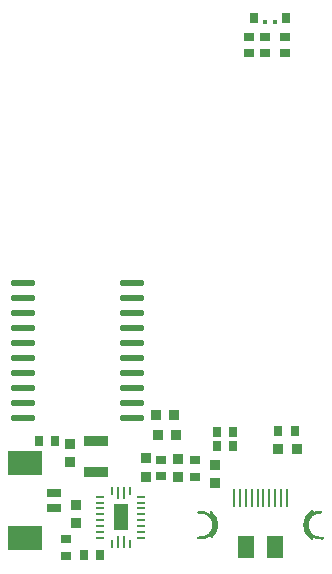
<source format=gbp>
%FSLAX25Y25*%
%MOIN*%
G70*
G01*
G75*
G04 Layer_Color=128*
%ADD10O,0.02559X0.00984*%
%ADD11O,0.00984X0.02559*%
%ADD12R,0.13780X0.13780*%
%ADD13R,0.00984X0.02150*%
%ADD14R,0.02150X0.00984*%
%ADD15C,0.02953*%
%ADD16R,0.04331X0.05118*%
%ADD17R,0.03740X0.03543*%
%ADD18R,0.03543X0.03150*%
%ADD19R,0.03543X0.03740*%
%ADD20R,0.03150X0.03543*%
%ADD21O,0.02362X0.07284*%
%ADD22R,0.01378X0.03937*%
%ADD23O,0.03465X0.01102*%
%ADD24O,0.01102X0.03465*%
%ADD25R,0.20866X0.20866*%
%ADD26C,0.04700*%
%ADD27C,0.01000*%
%ADD28C,0.00600*%
%ADD29C,0.01640*%
%ADD30C,0.01200*%
%ADD31C,0.00800*%
%ADD32C,0.02000*%
%ADD33C,0.01100*%
%ADD34C,0.01500*%
%ADD35O,0.09843X0.10827*%
%ADD36C,0.12500*%
%ADD37C,0.10000*%
%ADD38C,0.02200*%
%ADD39C,0.02598*%
%ADD40C,0.05000*%
%ADD41C,0.09200*%
%ADD42C,0.06000*%
%ADD43C,0.14900*%
%ADD44C,0.12400*%
%ADD45C,0.03200*%
%ADD46C,0.04600*%
%ADD47R,0.03490X0.23475*%
%ADD48R,0.02800X0.02500*%
%ADD49R,0.02700X0.04700*%
%ADD50R,0.04600X0.05300*%
%ADD51R,0.05500X0.02400*%
%ADD52R,0.02400X0.05200*%
%ADD53R,0.05400X0.02500*%
%ADD54R,0.14173X0.14173*%
%ADD55C,0.09487*%
%ADD56C,0.03699*%
%ADD57C,0.05200*%
%ADD58R,0.05906X0.07480*%
%ADD59R,0.01181X0.06299*%
%ADD60O,0.01181X0.03150*%
%ADD61O,0.01181X0.04724*%
%ADD62O,0.03150X0.01181*%
%ADD63R,0.08661X0.12598*%
%ADD64O,0.08268X0.02362*%
%ADD65R,0.05118X0.03150*%
%ADD66R,0.11811X0.08268*%
%ADD67R,0.08268X0.03937*%
%ADD68R,0.03347X0.03543*%
%ADD69R,0.01772X0.01969*%
%ADD70C,0.02500*%
%ADD71C,0.00984*%
%ADD72C,0.02362*%
%ADD73C,0.00787*%
%ADD74O,0.02159X0.00584*%
%ADD75O,0.00584X0.02159*%
%ADD76R,0.09843X0.09843*%
%ADD77R,0.00684X0.01850*%
%ADD78R,0.01850X0.00684*%
%ADD79R,0.04131X0.04918*%
%ADD80R,0.03540X0.03343*%
%ADD81R,0.03343X0.02950*%
%ADD82R,0.03343X0.03540*%
%ADD83R,0.02950X0.03343*%
%ADD84O,0.02162X0.07084*%
%ADD85R,0.01178X0.03737*%
%ADD86O,0.03065X0.00702*%
%ADD87O,0.00702X0.03065*%
%ADD88R,0.10866X0.10866*%
%ADD89O,0.02959X0.01384*%
%ADD90O,0.01384X0.02959*%
%ADD91R,0.14379X0.14379*%
%ADD92R,0.01384X0.02550*%
%ADD93R,0.02550X0.01384*%
%ADD94R,0.04931X0.05718*%
%ADD95R,0.04340X0.04143*%
%ADD96R,0.04143X0.03750*%
%ADD97R,0.04143X0.04340*%
%ADD98R,0.03750X0.04143*%
%ADD99O,0.02962X0.07883*%
%ADD100R,0.01978X0.04537*%
%ADD101O,0.03865X0.01502*%
%ADD102O,0.01502X0.03865*%
%ADD103R,0.21466X0.21466*%
%ADD104C,0.09900*%
%ADD105O,0.10443X0.11427*%
%ADD106R,0.06506X0.08080*%
%ADD107R,0.01378X0.06496*%
%ADD108O,0.01381X0.03350*%
%ADD109O,0.01381X0.04924*%
%ADD110O,0.03350X0.01381*%
%ADD111R,0.08861X0.12798*%
%ADD112O,0.08868X0.02962*%
%ADD113R,0.05718X0.03750*%
%ADD114R,0.12411X0.08868*%
%ADD115R,0.08868X0.04537*%
%ADD116R,0.03947X0.04143*%
%ADD117R,0.02372X0.02569*%
%ADD118R,0.05706X0.07280*%
%ADD119R,0.00981X0.06099*%
%ADD120O,0.00781X0.02750*%
%ADD121O,0.00781X0.04324*%
%ADD122O,0.02750X0.00781*%
%ADD123R,0.04724X0.08661*%
%ADD124O,0.08068X0.02162*%
%ADD125R,0.04918X0.02950*%
%ADD126R,0.11611X0.08068*%
%ADD127R,0.08068X0.03737*%
%ADD128R,0.03147X0.03343*%
%ADD129R,0.01572X0.01769*%
D27*
X69017Y8616D02*
G03*
X68765Y16529I-3458J3850D01*
G01*
X64487Y8156D02*
G03*
X64658Y16669I931J4240D01*
G01*
X102524Y17021D02*
G03*
X102378Y7880I2841J-4617D01*
G01*
X105495Y16774D02*
G03*
X105967Y8077I-313J-4378D01*
G01*
D80*
X51149Y42500D02*
D03*
X57251D02*
D03*
X56551Y49200D02*
D03*
X50449D02*
D03*
X97351Y37800D02*
D03*
X91249D02*
D03*
D81*
X63400Y34056D02*
D03*
Y28544D02*
D03*
X20300Y7656D02*
D03*
Y2144D02*
D03*
X86800Y169744D02*
D03*
Y175256D02*
D03*
X52200Y28644D02*
D03*
Y34156D02*
D03*
X81600Y169644D02*
D03*
Y175156D02*
D03*
X93600Y169744D02*
D03*
Y175256D02*
D03*
D82*
X70000Y26449D02*
D03*
Y32551D02*
D03*
X57800Y28349D02*
D03*
Y34451D02*
D03*
X47000Y34651D02*
D03*
Y28549D02*
D03*
X23800Y19151D02*
D03*
Y13049D02*
D03*
X21900Y33349D02*
D03*
Y39451D02*
D03*
D83*
X70644Y43500D02*
D03*
X76156D02*
D03*
X70744Y38700D02*
D03*
X76256D02*
D03*
X16856Y40300D02*
D03*
X11344D02*
D03*
X96756Y43700D02*
D03*
X91244D02*
D03*
X31856Y2500D02*
D03*
X26344D02*
D03*
D118*
X90221Y5112D02*
D03*
X80379D02*
D03*
D119*
X76442Y21450D02*
D03*
X78410D02*
D03*
X80379D02*
D03*
X82347D02*
D03*
X84316D02*
D03*
X86284D02*
D03*
X88253D02*
D03*
X90221D02*
D03*
X92190D02*
D03*
X94158D02*
D03*
D120*
X35739Y23860D02*
D03*
X41645D02*
D03*
Y6143D02*
D03*
X35739D02*
D03*
D121*
X37708Y23072D02*
D03*
X39676D02*
D03*
Y6931D02*
D03*
X37708D02*
D03*
D122*
X45582Y21891D02*
D03*
Y19923D02*
D03*
Y17954D02*
D03*
Y15986D02*
D03*
Y14017D02*
D03*
Y12049D02*
D03*
Y10080D02*
D03*
Y8112D02*
D03*
X31802D02*
D03*
Y10080D02*
D03*
Y12049D02*
D03*
Y14017D02*
D03*
Y15986D02*
D03*
Y17954D02*
D03*
Y19923D02*
D03*
Y21891D02*
D03*
D123*
X38692Y15002D02*
D03*
D124*
X6091Y48000D02*
D03*
Y53000D02*
D03*
Y58000D02*
D03*
Y63000D02*
D03*
Y68000D02*
D03*
Y73000D02*
D03*
Y78000D02*
D03*
Y83000D02*
D03*
Y88000D02*
D03*
Y93000D02*
D03*
X42509Y48000D02*
D03*
Y53000D02*
D03*
Y58000D02*
D03*
Y63000D02*
D03*
Y68000D02*
D03*
Y73000D02*
D03*
Y78000D02*
D03*
Y83000D02*
D03*
Y88000D02*
D03*
Y93000D02*
D03*
D125*
X16546Y18039D02*
D03*
Y22961D02*
D03*
D126*
X6900Y33000D02*
D03*
Y8000D02*
D03*
D127*
X30300Y40418D02*
D03*
Y30182D02*
D03*
D128*
X93717Y181386D02*
D03*
X83284D02*
D03*
D129*
X90173Y180008D02*
D03*
X86827D02*
D03*
M02*

</source>
